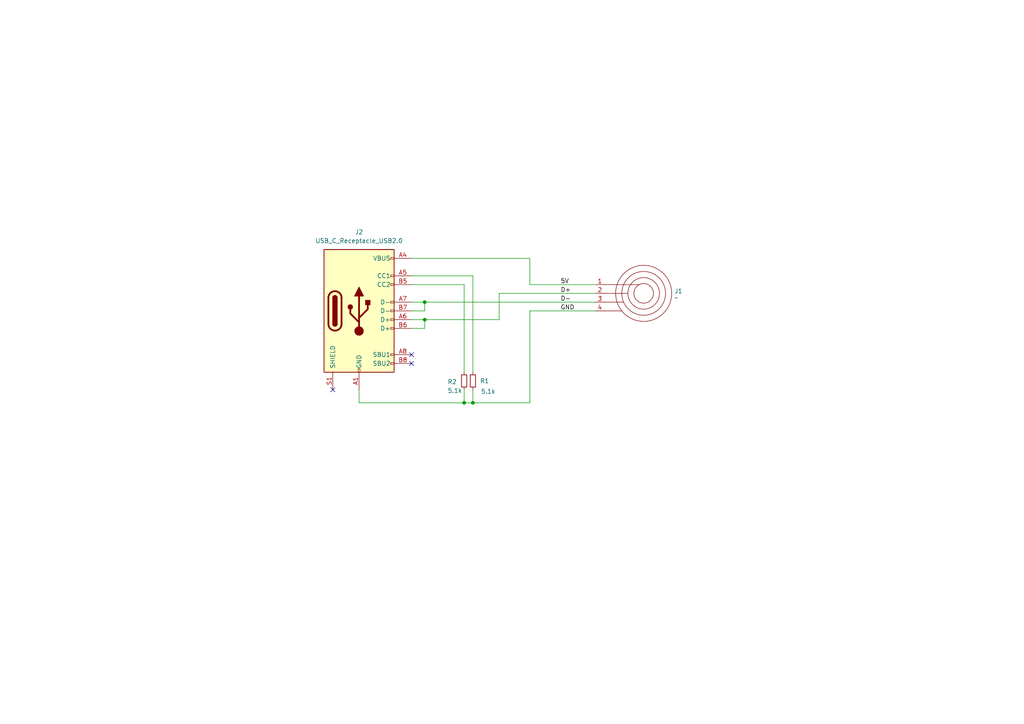
<source format=kicad_sch>
(kicad_sch
	(version 20250114)
	(generator "eeschema")
	(generator_version "9.0")
	(uuid "534e245b-f00c-4345-b989-6d69c18d301d")
	(paper "A4")
	(lib_symbols
		(symbol "Connector:USB_C_Receptacle_USB2.0"
			(pin_names
				(offset 1.016)
			)
			(exclude_from_sim no)
			(in_bom yes)
			(on_board yes)
			(property "Reference" "J"
				(at -10.16 19.05 0)
				(effects
					(font
						(size 1.27 1.27)
					)
					(justify left)
				)
			)
			(property "Value" "USB_C_Receptacle_USB2.0"
				(at 19.05 19.05 0)
				(effects
					(font
						(size 1.27 1.27)
					)
					(justify right)
				)
			)
			(property "Footprint" ""
				(at 3.81 0 0)
				(effects
					(font
						(size 1.27 1.27)
					)
					(hide yes)
				)
			)
			(property "Datasheet" "https://www.usb.org/sites/default/files/documents/usb_type-c.zip"
				(at 3.81 0 0)
				(effects
					(font
						(size 1.27 1.27)
					)
					(hide yes)
				)
			)
			(property "Description" "USB 2.0-only Type-C Receptacle connector"
				(at 0 0 0)
				(effects
					(font
						(size 1.27 1.27)
					)
					(hide yes)
				)
			)
			(property "ki_keywords" "usb universal serial bus type-C USB2.0"
				(at 0 0 0)
				(effects
					(font
						(size 1.27 1.27)
					)
					(hide yes)
				)
			)
			(property "ki_fp_filters" "USB*C*Receptacle*"
				(at 0 0 0)
				(effects
					(font
						(size 1.27 1.27)
					)
					(hide yes)
				)
			)
			(symbol "USB_C_Receptacle_USB2.0_0_0"
				(rectangle
					(start -0.254 -17.78)
					(end 0.254 -16.764)
					(stroke
						(width 0)
						(type default)
					)
					(fill
						(type none)
					)
				)
				(rectangle
					(start 10.16 15.494)
					(end 9.144 14.986)
					(stroke
						(width 0)
						(type default)
					)
					(fill
						(type none)
					)
				)
				(rectangle
					(start 10.16 10.414)
					(end 9.144 9.906)
					(stroke
						(width 0)
						(type default)
					)
					(fill
						(type none)
					)
				)
				(rectangle
					(start 10.16 7.874)
					(end 9.144 7.366)
					(stroke
						(width 0)
						(type default)
					)
					(fill
						(type none)
					)
				)
				(rectangle
					(start 10.16 2.794)
					(end 9.144 2.286)
					(stroke
						(width 0)
						(type default)
					)
					(fill
						(type none)
					)
				)
				(rectangle
					(start 10.16 0.254)
					(end 9.144 -0.254)
					(stroke
						(width 0)
						(type default)
					)
					(fill
						(type none)
					)
				)
				(rectangle
					(start 10.16 -2.286)
					(end 9.144 -2.794)
					(stroke
						(width 0)
						(type default)
					)
					(fill
						(type none)
					)
				)
				(rectangle
					(start 10.16 -4.826)
					(end 9.144 -5.334)
					(stroke
						(width 0)
						(type default)
					)
					(fill
						(type none)
					)
				)
				(rectangle
					(start 10.16 -12.446)
					(end 9.144 -12.954)
					(stroke
						(width 0)
						(type default)
					)
					(fill
						(type none)
					)
				)
				(rectangle
					(start 10.16 -14.986)
					(end 9.144 -15.494)
					(stroke
						(width 0)
						(type default)
					)
					(fill
						(type none)
					)
				)
			)
			(symbol "USB_C_Receptacle_USB2.0_0_1"
				(rectangle
					(start -10.16 17.78)
					(end 10.16 -17.78)
					(stroke
						(width 0.254)
						(type default)
					)
					(fill
						(type background)
					)
				)
				(polyline
					(pts
						(xy -8.89 -3.81) (xy -8.89 3.81)
					)
					(stroke
						(width 0.508)
						(type default)
					)
					(fill
						(type none)
					)
				)
				(rectangle
					(start -7.62 -3.81)
					(end -6.35 3.81)
					(stroke
						(width 0.254)
						(type default)
					)
					(fill
						(type outline)
					)
				)
				(arc
					(start -7.62 3.81)
					(mid -6.985 4.4423)
					(end -6.35 3.81)
					(stroke
						(width 0.254)
						(type default)
					)
					(fill
						(type none)
					)
				)
				(arc
					(start -7.62 3.81)
					(mid -6.985 4.4423)
					(end -6.35 3.81)
					(stroke
						(width 0.254)
						(type default)
					)
					(fill
						(type outline)
					)
				)
				(arc
					(start -8.89 3.81)
					(mid -6.985 5.7067)
					(end -5.08 3.81)
					(stroke
						(width 0.508)
						(type default)
					)
					(fill
						(type none)
					)
				)
				(arc
					(start -5.08 -3.81)
					(mid -6.985 -5.7067)
					(end -8.89 -3.81)
					(stroke
						(width 0.508)
						(type default)
					)
					(fill
						(type none)
					)
				)
				(arc
					(start -6.35 -3.81)
					(mid -6.985 -4.4423)
					(end -7.62 -3.81)
					(stroke
						(width 0.254)
						(type default)
					)
					(fill
						(type none)
					)
				)
				(arc
					(start -6.35 -3.81)
					(mid -6.985 -4.4423)
					(end -7.62 -3.81)
					(stroke
						(width 0.254)
						(type default)
					)
					(fill
						(type outline)
					)
				)
				(polyline
					(pts
						(xy -5.08 3.81) (xy -5.08 -3.81)
					)
					(stroke
						(width 0.508)
						(type default)
					)
					(fill
						(type none)
					)
				)
				(circle
					(center -2.54 1.143)
					(radius 0.635)
					(stroke
						(width 0.254)
						(type default)
					)
					(fill
						(type outline)
					)
				)
				(polyline
					(pts
						(xy -1.27 4.318) (xy 0 6.858) (xy 1.27 4.318) (xy -1.27 4.318)
					)
					(stroke
						(width 0.254)
						(type default)
					)
					(fill
						(type outline)
					)
				)
				(polyline
					(pts
						(xy 0 -2.032) (xy 2.54 0.508) (xy 2.54 1.778)
					)
					(stroke
						(width 0.508)
						(type default)
					)
					(fill
						(type none)
					)
				)
				(polyline
					(pts
						(xy 0 -3.302) (xy -2.54 -0.762) (xy -2.54 0.508)
					)
					(stroke
						(width 0.508)
						(type default)
					)
					(fill
						(type none)
					)
				)
				(polyline
					(pts
						(xy 0 -5.842) (xy 0 4.318)
					)
					(stroke
						(width 0.508)
						(type default)
					)
					(fill
						(type none)
					)
				)
				(circle
					(center 0 -5.842)
					(radius 1.27)
					(stroke
						(width 0)
						(type default)
					)
					(fill
						(type outline)
					)
				)
				(rectangle
					(start 1.905 1.778)
					(end 3.175 3.048)
					(stroke
						(width 0.254)
						(type default)
					)
					(fill
						(type outline)
					)
				)
			)
			(symbol "USB_C_Receptacle_USB2.0_1_1"
				(pin passive line
					(at -7.62 -22.86 90)
					(length 5.08)
					(name "SHIELD"
						(effects
							(font
								(size 1.27 1.27)
							)
						)
					)
					(number "S1"
						(effects
							(font
								(size 1.27 1.27)
							)
						)
					)
				)
				(pin passive line
					(at 0 -22.86 90)
					(length 5.08)
					(name "GND"
						(effects
							(font
								(size 1.27 1.27)
							)
						)
					)
					(number "A1"
						(effects
							(font
								(size 1.27 1.27)
							)
						)
					)
				)
				(pin passive line
					(at 0 -22.86 90)
					(length 5.08)
					(hide yes)
					(name "GND"
						(effects
							(font
								(size 1.27 1.27)
							)
						)
					)
					(number "A12"
						(effects
							(font
								(size 1.27 1.27)
							)
						)
					)
				)
				(pin passive line
					(at 0 -22.86 90)
					(length 5.08)
					(hide yes)
					(name "GND"
						(effects
							(font
								(size 1.27 1.27)
							)
						)
					)
					(number "B1"
						(effects
							(font
								(size 1.27 1.27)
							)
						)
					)
				)
				(pin passive line
					(at 0 -22.86 90)
					(length 5.08)
					(hide yes)
					(name "GND"
						(effects
							(font
								(size 1.27 1.27)
							)
						)
					)
					(number "B12"
						(effects
							(font
								(size 1.27 1.27)
							)
						)
					)
				)
				(pin passive line
					(at 15.24 15.24 180)
					(length 5.08)
					(name "VBUS"
						(effects
							(font
								(size 1.27 1.27)
							)
						)
					)
					(number "A4"
						(effects
							(font
								(size 1.27 1.27)
							)
						)
					)
				)
				(pin passive line
					(at 15.24 15.24 180)
					(length 5.08)
					(hide yes)
					(name "VBUS"
						(effects
							(font
								(size 1.27 1.27)
							)
						)
					)
					(number "A9"
						(effects
							(font
								(size 1.27 1.27)
							)
						)
					)
				)
				(pin passive line
					(at 15.24 15.24 180)
					(length 5.08)
					(hide yes)
					(name "VBUS"
						(effects
							(font
								(size 1.27 1.27)
							)
						)
					)
					(number "B4"
						(effects
							(font
								(size 1.27 1.27)
							)
						)
					)
				)
				(pin passive line
					(at 15.24 15.24 180)
					(length 5.08)
					(hide yes)
					(name "VBUS"
						(effects
							(font
								(size 1.27 1.27)
							)
						)
					)
					(number "B9"
						(effects
							(font
								(size 1.27 1.27)
							)
						)
					)
				)
				(pin bidirectional line
					(at 15.24 10.16 180)
					(length 5.08)
					(name "CC1"
						(effects
							(font
								(size 1.27 1.27)
							)
						)
					)
					(number "A5"
						(effects
							(font
								(size 1.27 1.27)
							)
						)
					)
				)
				(pin bidirectional line
					(at 15.24 7.62 180)
					(length 5.08)
					(name "CC2"
						(effects
							(font
								(size 1.27 1.27)
							)
						)
					)
					(number "B5"
						(effects
							(font
								(size 1.27 1.27)
							)
						)
					)
				)
				(pin bidirectional line
					(at 15.24 2.54 180)
					(length 5.08)
					(name "D-"
						(effects
							(font
								(size 1.27 1.27)
							)
						)
					)
					(number "A7"
						(effects
							(font
								(size 1.27 1.27)
							)
						)
					)
				)
				(pin bidirectional line
					(at 15.24 0 180)
					(length 5.08)
					(name "D-"
						(effects
							(font
								(size 1.27 1.27)
							)
						)
					)
					(number "B7"
						(effects
							(font
								(size 1.27 1.27)
							)
						)
					)
				)
				(pin bidirectional line
					(at 15.24 -2.54 180)
					(length 5.08)
					(name "D+"
						(effects
							(font
								(size 1.27 1.27)
							)
						)
					)
					(number "A6"
						(effects
							(font
								(size 1.27 1.27)
							)
						)
					)
				)
				(pin bidirectional line
					(at 15.24 -5.08 180)
					(length 5.08)
					(name "D+"
						(effects
							(font
								(size 1.27 1.27)
							)
						)
					)
					(number "B6"
						(effects
							(font
								(size 1.27 1.27)
							)
						)
					)
				)
				(pin bidirectional line
					(at 15.24 -12.7 180)
					(length 5.08)
					(name "SBU1"
						(effects
							(font
								(size 1.27 1.27)
							)
						)
					)
					(number "A8"
						(effects
							(font
								(size 1.27 1.27)
							)
						)
					)
				)
				(pin bidirectional line
					(at 15.24 -15.24 180)
					(length 5.08)
					(name "SBU2"
						(effects
							(font
								(size 1.27 1.27)
							)
						)
					)
					(number "B8"
						(effects
							(font
								(size 1.27 1.27)
							)
						)
					)
				)
			)
			(embedded_fonts no)
		)
		(symbol "Device:R_Small"
			(pin_numbers
				(hide yes)
			)
			(pin_names
				(offset 0.254)
				(hide yes)
			)
			(exclude_from_sim no)
			(in_bom yes)
			(on_board yes)
			(property "Reference" "R"
				(at 0.762 0.508 0)
				(effects
					(font
						(size 1.27 1.27)
					)
					(justify left)
				)
			)
			(property "Value" "R_Small"
				(at 0.762 -1.016 0)
				(effects
					(font
						(size 1.27 1.27)
					)
					(justify left)
				)
			)
			(property "Footprint" ""
				(at 0 0 0)
				(effects
					(font
						(size 1.27 1.27)
					)
					(hide yes)
				)
			)
			(property "Datasheet" "~"
				(at 0 0 0)
				(effects
					(font
						(size 1.27 1.27)
					)
					(hide yes)
				)
			)
			(property "Description" "Resistor, small symbol"
				(at 0 0 0)
				(effects
					(font
						(size 1.27 1.27)
					)
					(hide yes)
				)
			)
			(property "ki_keywords" "R resistor"
				(at 0 0 0)
				(effects
					(font
						(size 1.27 1.27)
					)
					(hide yes)
				)
			)
			(property "ki_fp_filters" "R_*"
				(at 0 0 0)
				(effects
					(font
						(size 1.27 1.27)
					)
					(hide yes)
				)
			)
			(symbol "R_Small_0_1"
				(rectangle
					(start -0.762 1.778)
					(end 0.762 -1.778)
					(stroke
						(width 0.2032)
						(type default)
					)
					(fill
						(type none)
					)
				)
			)
			(symbol "R_Small_1_1"
				(pin passive line
					(at 0 2.54 270)
					(length 0.762)
					(name "~"
						(effects
							(font
								(size 1.27 1.27)
							)
						)
					)
					(number "1"
						(effects
							(font
								(size 1.27 1.27)
							)
						)
					)
				)
				(pin passive line
					(at 0 -2.54 90)
					(length 0.762)
					(name "~"
						(effects
							(font
								(size 1.27 1.27)
							)
						)
					)
					(number "2"
						(effects
							(font
								(size 1.27 1.27)
							)
						)
					)
				)
			)
			(embedded_fonts no)
		)
		(symbol "Local_Library:RollerTerminal"
			(exclude_from_sim no)
			(in_bom yes)
			(on_board yes)
			(property "Reference" "J"
				(at -2.54 9.398 0)
				(effects
					(font
						(size 1.27 1.27)
					)
				)
			)
			(property "Value" ""
				(at 0 0 0)
				(effects
					(font
						(size 1.27 1.27)
					)
				)
			)
			(property "Footprint" "Local_Library:RingTerminal"
				(at 0 0 0)
				(effects
					(font
						(size 1.27 1.27)
					)
					(hide yes)
				)
			)
			(property "Datasheet" ""
				(at 0 0 0)
				(effects
					(font
						(size 1.27 1.27)
					)
					(hide yes)
				)
			)
			(property "Description" ""
				(at 0 0 0)
				(effects
					(font
						(size 1.27 1.27)
					)
					(hide yes)
				)
			)
			(symbol "RollerTerminal_0_1"
				(polyline
					(pts
						(xy -6.35 -5.08) (xy -11.43 -5.08)
					)
					(stroke
						(width 0)
						(type default)
					)
					(fill
						(type none)
					)
				)
				(polyline
					(pts
						(xy -5.8425 -2.5417) (xy -11.43 -2.54)
					)
					(stroke
						(width 0)
						(type default)
					)
					(fill
						(type none)
					)
				)
				(polyline
					(pts
						(xy -1.27 2.54) (xy -11.43 2.54)
					)
					(stroke
						(width 0)
						(type default)
					)
					(fill
						(type none)
					)
				)
				(circle
					(center 0 0)
					(radius 2.8398)
					(stroke
						(width 0)
						(type default)
					)
					(fill
						(type none)
					)
				)
				(circle
					(center 0 0)
					(radius 4.5791)
					(stroke
						(width 0)
						(type default)
					)
					(fill
						(type none)
					)
				)
				(circle
					(center 0 0)
					(radius 6.35)
					(stroke
						(width 0)
						(type default)
					)
					(fill
						(type none)
					)
				)
				(circle
					(center 0 0)
					(radius 8.132)
					(stroke
						(width 0)
						(type default)
					)
					(fill
						(type none)
					)
				)
			)
			(symbol "RollerTerminal_1_0"
				(pin bidirectional line
					(at -13.97 2.54 0)
					(length 2.54)
					(name ""
						(effects
							(font
								(size 1.27 1.27)
							)
						)
					)
					(number "1"
						(effects
							(font
								(size 1.27 1.27)
							)
						)
					)
				)
				(pin bidirectional line
					(at -13.97 0 0)
					(length 2.54)
					(name ""
						(effects
							(font
								(size 1.27 1.27)
							)
						)
					)
					(number "2"
						(effects
							(font
								(size 1.27 1.27)
							)
						)
					)
				)
				(pin bidirectional line
					(at -13.97 -2.54 0)
					(length 2.54)
					(name ""
						(effects
							(font
								(size 1.27 1.27)
							)
						)
					)
					(number "3"
						(effects
							(font
								(size 1.27 1.27)
							)
						)
					)
				)
				(pin bidirectional line
					(at -13.97 -5.08 0)
					(length 2.54)
					(name ""
						(effects
							(font
								(size 1.27 1.27)
							)
						)
					)
					(number "4"
						(effects
							(font
								(size 1.27 1.27)
							)
						)
					)
				)
			)
			(symbol "RollerTerminal_1_1"
				(polyline
					(pts
						(xy -4.5571 -0.0141) (xy -11.43 0)
					)
					(stroke
						(width 0)
						(type solid)
					)
					(fill
						(type none)
					)
				)
			)
			(embedded_fonts no)
		)
	)
	(junction
		(at 134.62 116.84)
		(diameter 0)
		(color 0 0 0 0)
		(uuid "7c50bc0c-4d53-40ea-88a0-2352022c32d7")
	)
	(junction
		(at 123.19 92.71)
		(diameter 0)
		(color 0 0 0 0)
		(uuid "7fd718b9-a89d-441e-8b4f-3a2ac27187ab")
	)
	(junction
		(at 137.16 116.84)
		(diameter 0)
		(color 0 0 0 0)
		(uuid "a60f6ab7-7a0c-4a5e-83a6-d3b3c6f274f6")
	)
	(junction
		(at 123.19 87.63)
		(diameter 0)
		(color 0 0 0 0)
		(uuid "c7deeb89-ef7c-4527-a8e0-54158db21d91")
	)
	(no_connect
		(at 119.38 105.41)
		(uuid "2dc4d85c-ba81-4b8d-a76f-be94a915c160")
	)
	(no_connect
		(at 119.38 102.87)
		(uuid "e6211c95-17a5-426c-9dc3-f770dc80899d")
	)
	(no_connect
		(at 96.52 113.03)
		(uuid "f862d1aa-433b-4adc-83c5-3bd69fdcc308")
	)
	(wire
		(pts
			(xy 137.16 80.01) (xy 137.16 107.95)
		)
		(stroke
			(width 0)
			(type default)
		)
		(uuid "0f890c1a-322b-4739-91e3-f7b2d9a810a3")
	)
	(wire
		(pts
			(xy 144.78 92.71) (xy 144.78 85.09)
		)
		(stroke
			(width 0)
			(type default)
		)
		(uuid "19f0c74f-7983-417b-bfa1-73fc8233e774")
	)
	(wire
		(pts
			(xy 123.19 92.71) (xy 123.19 95.25)
		)
		(stroke
			(width 0)
			(type default)
		)
		(uuid "28feeff6-9d18-41bf-9bc2-96088dd37537")
	)
	(wire
		(pts
			(xy 123.19 92.71) (xy 144.78 92.71)
		)
		(stroke
			(width 0)
			(type default)
		)
		(uuid "2a024832-804a-45ea-b7d3-6436030285a0")
	)
	(wire
		(pts
			(xy 134.62 82.55) (xy 134.62 107.95)
		)
		(stroke
			(width 0)
			(type default)
		)
		(uuid "35d2eed1-a469-4d1e-9b4c-a8b61140869d")
	)
	(wire
		(pts
			(xy 153.67 90.17) (xy 172.72 90.17)
		)
		(stroke
			(width 0)
			(type default)
		)
		(uuid "3881e5b4-135e-42a3-8970-259a88425fc7")
	)
	(wire
		(pts
			(xy 153.67 82.55) (xy 172.72 82.55)
		)
		(stroke
			(width 0)
			(type default)
		)
		(uuid "50c10d23-52e7-4867-950c-057b659672ff")
	)
	(wire
		(pts
			(xy 123.19 90.17) (xy 123.19 87.63)
		)
		(stroke
			(width 0)
			(type default)
		)
		(uuid "5216f6b4-1aef-4b4b-8cb1-84c0bf5831cd")
	)
	(wire
		(pts
			(xy 134.62 116.84) (xy 134.62 113.03)
		)
		(stroke
			(width 0)
			(type default)
		)
		(uuid "66fd569a-3b9b-4a0b-a064-96a9185ce2ac")
	)
	(wire
		(pts
			(xy 119.38 87.63) (xy 123.19 87.63)
		)
		(stroke
			(width 0)
			(type default)
		)
		(uuid "6aba5f1a-4304-4a0b-bf85-85eb6d4eead8")
	)
	(wire
		(pts
			(xy 119.38 80.01) (xy 137.16 80.01)
		)
		(stroke
			(width 0)
			(type default)
		)
		(uuid "6c2192c6-c7a5-4452-ab2c-3e96abd890da")
	)
	(wire
		(pts
			(xy 153.67 116.84) (xy 153.67 90.17)
		)
		(stroke
			(width 0)
			(type default)
		)
		(uuid "725e9cd4-caaa-464a-ac80-f8f1adac7168")
	)
	(wire
		(pts
			(xy 137.16 113.03) (xy 137.16 116.84)
		)
		(stroke
			(width 0)
			(type default)
		)
		(uuid "7387074c-2692-4807-9032-36bb13f924ef")
	)
	(wire
		(pts
			(xy 144.78 85.09) (xy 172.72 85.09)
		)
		(stroke
			(width 0)
			(type default)
		)
		(uuid "7400a39a-c069-4b60-8c0b-81dc737f3e83")
	)
	(wire
		(pts
			(xy 119.38 82.55) (xy 134.62 82.55)
		)
		(stroke
			(width 0)
			(type default)
		)
		(uuid "7fd70a2e-4eac-4508-ba37-27a3af31752e")
	)
	(wire
		(pts
			(xy 134.62 116.84) (xy 137.16 116.84)
		)
		(stroke
			(width 0)
			(type default)
		)
		(uuid "8bebb9d1-fd89-492d-ba86-af2d98717aaa")
	)
	(wire
		(pts
			(xy 119.38 90.17) (xy 123.19 90.17)
		)
		(stroke
			(width 0)
			(type default)
		)
		(uuid "92d158e6-9922-498e-84f6-2652cdf0d3fe")
	)
	(wire
		(pts
			(xy 104.14 116.84) (xy 134.62 116.84)
		)
		(stroke
			(width 0)
			(type default)
		)
		(uuid "a0164109-8714-405e-af70-c35971dd2cd9")
	)
	(wire
		(pts
			(xy 104.14 116.84) (xy 104.14 113.03)
		)
		(stroke
			(width 0)
			(type default)
		)
		(uuid "ac1383a2-571b-45cf-9c8e-91667f1f866a")
	)
	(wire
		(pts
			(xy 119.38 95.25) (xy 123.19 95.25)
		)
		(stroke
			(width 0)
			(type default)
		)
		(uuid "adcd4e79-a0a1-410d-81ff-55ff56953c67")
	)
	(wire
		(pts
			(xy 119.38 92.71) (xy 123.19 92.71)
		)
		(stroke
			(width 0)
			(type default)
		)
		(uuid "d0f86d4c-8cf9-4cff-b074-4fbcb345a39c")
	)
	(wire
		(pts
			(xy 123.19 87.63) (xy 172.72 87.63)
		)
		(stroke
			(width 0)
			(type default)
		)
		(uuid "d63d04fd-fdbd-41fb-8f8c-626316a33678")
	)
	(wire
		(pts
			(xy 137.16 116.84) (xy 153.67 116.84)
		)
		(stroke
			(width 0)
			(type default)
		)
		(uuid "e3a39a8f-5523-4dbb-984d-458c54a849f8")
	)
	(wire
		(pts
			(xy 153.67 74.93) (xy 153.67 82.55)
		)
		(stroke
			(width 0)
			(type default)
		)
		(uuid "ed4afb4b-3033-4867-9d26-17b32f368ebd")
	)
	(wire
		(pts
			(xy 153.67 74.93) (xy 119.38 74.93)
		)
		(stroke
			(width 0)
			(type default)
		)
		(uuid "ff048cf1-693b-466e-9d62-50d583a2f749")
	)
	(label "D+"
		(at 162.56 85.09 0)
		(effects
			(font
				(size 1.27 1.27)
			)
			(justify left bottom)
		)
		(uuid "5be367b8-eec3-4335-ab85-98cde9227b52")
	)
	(label "D-"
		(at 162.56 87.63 0)
		(effects
			(font
				(size 1.27 1.27)
			)
			(justify left bottom)
		)
		(uuid "b99f8991-1f02-46e2-852d-6f5850001813")
	)
	(label "5V"
		(at 162.56 82.55 0)
		(effects
			(font
				(size 1.27 1.27)
			)
			(justify left bottom)
		)
		(uuid "bfb8c0f4-d413-42ab-aedd-147d1eac0207")
	)
	(label "GND"
		(at 162.56 90.17 0)
		(effects
			(font
				(size 1.27 1.27)
			)
			(justify left bottom)
		)
		(uuid "f51bacc0-ebee-494d-b48d-c958c850b07d")
	)
	(symbol
		(lib_id "Device:R_Small")
		(at 137.16 110.49 0)
		(unit 1)
		(exclude_from_sim no)
		(in_bom yes)
		(on_board yes)
		(dnp no)
		(uuid "2ab8b1fb-3066-46c6-8b70-da5b39ce83ad")
		(property "Reference" "R1"
			(at 139.192 110.49 0)
			(effects
				(font
					(size 1.27 1.27)
				)
				(justify left)
			)
		)
		(property "Value" "5.1k"
			(at 139.446 113.538 0)
			(effects
				(font
					(size 1.27 1.27)
				)
				(justify left)
			)
		)
		(property "Footprint" "Resistor_SMD:R_0603_1608Metric"
			(at 137.16 110.49 0)
			(effects
				(font
					(size 1.27 1.27)
				)
				(hide yes)
			)
		)
		(property "Datasheet" "~"
			(at 137.16 110.49 0)
			(effects
				(font
					(size 1.27 1.27)
				)
				(hide yes)
			)
		)
		(property "Description" ""
			(at 137.16 110.49 0)
			(effects
				(font
					(size 1.27 1.27)
				)
			)
		)
		(pin "1"
			(uuid "2bf9a4f6-bea3-42d3-a7f9-e8c386efcbc8")
		)
		(pin "2"
			(uuid "2af38a33-24ee-4bf6-ae08-2f563760b6bf")
		)
		(instances
			(project "Stack-chan_360Unit-B"
				(path "/534e245b-f00c-4345-b989-6d69c18d301d"
					(reference "R1")
					(unit 1)
				)
			)
		)
	)
	(symbol
		(lib_id "Device:R_Small")
		(at 134.62 110.49 0)
		(unit 1)
		(exclude_from_sim no)
		(in_bom yes)
		(on_board yes)
		(dnp no)
		(uuid "4690b89e-fa02-48bf-8c6d-f70a572e0a32")
		(property "Reference" "R2"
			(at 129.794 110.744 0)
			(effects
				(font
					(size 1.27 1.27)
				)
				(justify left)
			)
		)
		(property "Value" "5.1k"
			(at 129.794 113.284 0)
			(effects
				(font
					(size 1.27 1.27)
				)
				(justify left)
			)
		)
		(property "Footprint" "Resistor_SMD:R_0603_1608Metric"
			(at 134.62 110.49 0)
			(effects
				(font
					(size 1.27 1.27)
				)
				(hide yes)
			)
		)
		(property "Datasheet" "~"
			(at 134.62 110.49 0)
			(effects
				(font
					(size 1.27 1.27)
				)
				(hide yes)
			)
		)
		(property "Description" ""
			(at 134.62 110.49 0)
			(effects
				(font
					(size 1.27 1.27)
				)
			)
		)
		(pin "1"
			(uuid "bbc6aa1b-7a55-45c0-847e-9c804bd60597")
		)
		(pin "2"
			(uuid "7f98a9af-e71c-40a2-837f-4d020a554234")
		)
		(instances
			(project "Stack-chan_360Unit-B"
				(path "/534e245b-f00c-4345-b989-6d69c18d301d"
					(reference "R2")
					(unit 1)
				)
			)
		)
	)
	(symbol
		(lib_id "Local_Library:RollerTerminal")
		(at 186.69 85.09 0)
		(unit 1)
		(exclude_from_sim no)
		(in_bom yes)
		(on_board yes)
		(dnp no)
		(fields_autoplaced yes)
		(uuid "65b9f1e0-1d89-4fed-97ea-89a97293afc3")
		(property "Reference" "J1"
			(at 195.58 84.4549 0)
			(effects
				(font
					(size 1.27 1.27)
				)
				(justify left)
			)
		)
		(property "Value" "~"
			(at 195.58 86.36 0)
			(effects
				(font
					(size 1.27 1.27)
				)
				(justify left)
			)
		)
		(property "Footprint" "Local_Library:RingTerminal"
			(at 186.69 85.09 0)
			(effects
				(font
					(size 1.27 1.27)
				)
				(hide yes)
			)
		)
		(property "Datasheet" ""
			(at 186.69 85.09 0)
			(effects
				(font
					(size 1.27 1.27)
				)
				(hide yes)
			)
		)
		(property "Description" ""
			(at 186.69 85.09 0)
			(effects
				(font
					(size 1.27 1.27)
				)
				(hide yes)
			)
		)
		(pin "3"
			(uuid "851da0e9-ca25-43a6-9a4e-14865da84d46")
		)
		(pin "2"
			(uuid "a7c880b2-67e8-4a05-b358-a193f387ccc6")
		)
		(pin "1"
			(uuid "cc615c29-3f38-4fc3-b675-6113431b8701")
		)
		(pin "4"
			(uuid "b42a6d29-0fad-4f08-a957-ecdaa00edefa")
		)
		(instances
			(project ""
				(path "/534e245b-f00c-4345-b989-6d69c18d301d"
					(reference "J1")
					(unit 1)
				)
			)
		)
	)
	(symbol
		(lib_id "Connector:USB_C_Receptacle_USB2.0")
		(at 104.14 90.17 0)
		(unit 1)
		(exclude_from_sim no)
		(in_bom yes)
		(on_board yes)
		(dnp no)
		(fields_autoplaced yes)
		(uuid "f0f4119d-826f-406f-ac47-9036a0cc033f")
		(property "Reference" "J2"
			(at 104.14 67.31 0)
			(effects
				(font
					(size 1.27 1.27)
				)
			)
		)
		(property "Value" "USB_C_Receptacle_USB2.0"
			(at 104.14 69.85 0)
			(effects
				(font
					(size 1.27 1.27)
				)
			)
		)
		(property "Footprint" "Local_Library:USB-C_PCBPLUG"
			(at 107.95 90.17 0)
			(effects
				(font
					(size 1.27 1.27)
				)
				(hide yes)
			)
		)
		(property "Datasheet" "https://www.usb.org/sites/default/files/documents/usb_type-c.zip"
			(at 107.95 90.17 0)
			(effects
				(font
					(size 1.27 1.27)
				)
				(hide yes)
			)
		)
		(property "Description" ""
			(at 104.14 90.17 0)
			(effects
				(font
					(size 1.27 1.27)
				)
			)
		)
		(pin "A1"
			(uuid "b41caaf6-5e0a-468a-a15a-744a679436aa")
		)
		(pin "A12"
			(uuid "d7258878-4262-4f18-90ec-a33a6092c16a")
		)
		(pin "A4"
			(uuid "c72078f7-ee34-4251-8781-2902a90ff850")
		)
		(pin "A5"
			(uuid "5cefca6a-764d-48ec-bb4a-7d250d67aae2")
		)
		(pin "A6"
			(uuid "f9209913-396d-49cf-8b8d-ae2855758658")
		)
		(pin "A7"
			(uuid "30edbb90-4d14-41d1-a1c9-4b1328db413c")
		)
		(pin "A8"
			(uuid "8b5a997b-59d6-4391-8446-7c304bfecb65")
		)
		(pin "A9"
			(uuid "f6ce5d58-2a4f-46a0-abc0-c5eb5b3ddaa7")
		)
		(pin "B1"
			(uuid "4a2be17d-b8d8-48b3-b861-83c33d6b75ea")
		)
		(pin "B12"
			(uuid "ed5796b0-8768-453c-9a9c-1375b6b4dfaf")
		)
		(pin "B4"
			(uuid "80143129-097a-458d-bd22-8ce7d1877010")
		)
		(pin "B5"
			(uuid "32e8fcdf-cf34-4464-be02-faebce1824d9")
		)
		(pin "B6"
			(uuid "e2e30ad7-d868-4379-b68a-b1a19d7e87f3")
		)
		(pin "B7"
			(uuid "6c8c2952-c618-4dab-8ca1-9e74ed3470af")
		)
		(pin "B8"
			(uuid "3bdf855b-3351-4c35-9b53-3c942abf450e")
		)
		(pin "B9"
			(uuid "5f08159d-3aed-4157-919a-0e1dc1e1d73a")
		)
		(pin "S1"
			(uuid "4a0946e6-5ed8-4766-b59e-e4d4e531b9cb")
		)
		(instances
			(project "Stack-chan_360Unit-B"
				(path "/534e245b-f00c-4345-b989-6d69c18d301d"
					(reference "J2")
					(unit 1)
				)
			)
		)
	)
	(sheet_instances
		(path "/"
			(page "1")
		)
	)
	(embedded_fonts no)
)

</source>
